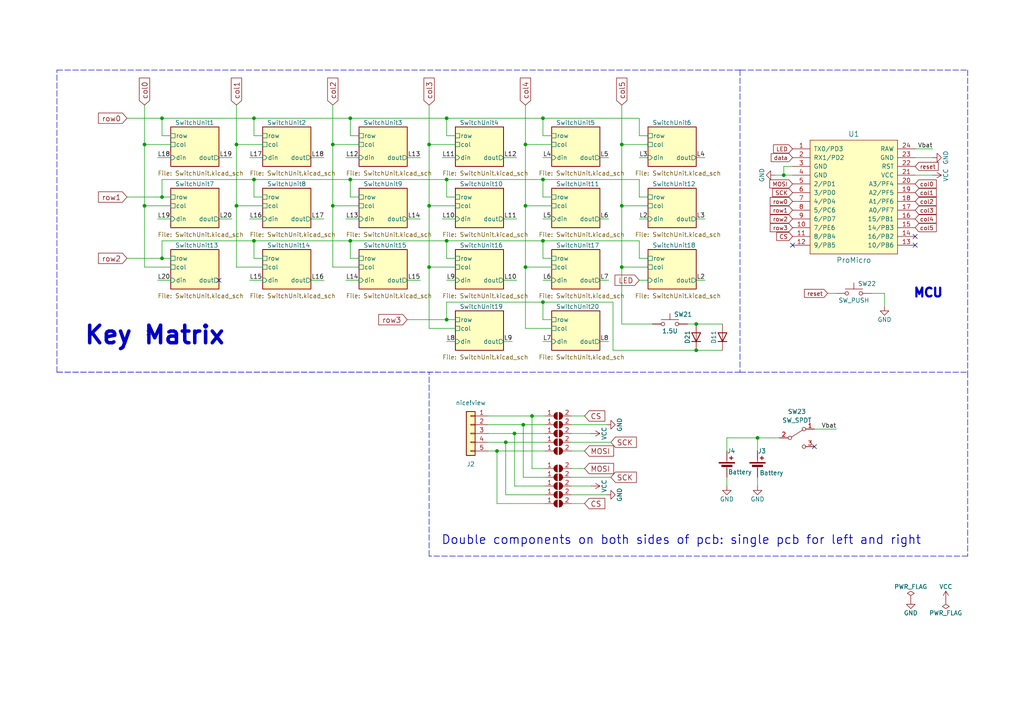
<source format=kicad_sch>
(kicad_sch (version 20250114) (generator "eeschema") (generator_version "9.0")
  (paper "A4")
  (title_block (title "Corne Chocolate") (date "2018-11-16") (rev "2.0") (company "foostan"))
  (lib_symbols
    (symbol "Connector_Generic:Conn_01x05" (pin_names (offset 1.016) (hide yes))
      (property "Reference" "J" (at 0 7.62 0))
      (property "Value" "Conn_01x05" (at 0 -7.62 0))
      (symbol "Conn_01x05_1_1"
        (rectangle (start -1.27 6.35) (end 1.27 -6.35) (stroke (width 0.254)) (fill (type background)))
        (rectangle (start -1.27 5.207) (end 0 4.953) (stroke (width 0.1524)))
        (rectangle (start -1.27 2.667) (end 0 2.413) (stroke (width 0.1524)))
        (rectangle (start -1.27 0.127) (end 0 -0.127) (stroke (width 0.1524)))
        (rectangle (start -1.27 -2.413) (end 0 -2.667) (stroke (width 0.1524)))
        (rectangle (start -1.27 -4.953) (end 0 -5.207) (stroke (width 0.1524)))
        (pin passive line (at -5.08 5.08 0) (length 3.81) (name "Pin_1") (number "1"))
        (pin passive line (at -5.08 2.54 0) (length 3.81) (name "Pin_2") (number "2"))
        (pin passive line (at -5.08 0 0) (length 3.81) (name "Pin_3") (number "3"))
        (pin passive line (at -5.08 -2.54 0) (length 3.81) (name "Pin_4") (number "4"))
        (pin passive line (at -5.08 -5.08 0) (length 3.81) (name "Pin_5") (number "5"))
      )
    )
    (symbol "Device:Battery_Cell" (pin_numbers (hide yes)) (pin_names (offset 0) (hide yes))
      (property "Reference" "BT" (at 2.54 2.54 0))
      (property "Value" "Battery_Cell" (at 2.54 0 0))
      (symbol "Battery_Cell_0_1"
        (rectangle (start -2.286 1.778) (end 2.286 1.524) (fill (type outline)))
        (rectangle (start -1.524 1.016) (end 1.524 0.508) (fill (type outline)))
        (polyline (pts (xy 0 1.778) (xy 0 2.54)))
        (polyline (pts (xy 0 0.762) (xy 0 0)))
        (polyline (pts (xy 0.762 3.048) (xy 1.778 3.048)) (stroke (width 0.254)))
        (polyline (pts (xy 1.27 3.556) (xy 1.27 2.54)) (stroke (width 0.254)))
      )
      (symbol "Battery_Cell_1_1"
        (pin passive line (at 0 5.08 270) (length 2.54) (name "+") (number "1"))
        (pin passive line (at 0 -2.54 90) (length 2.54) (name "-") (number "2"))
      )
    )
    (symbol "Device:D" (pin_numbers (hide yes)) (pin_names (offset 1.016) (hide yes))
      (property "Reference" "D" (at 0 2.54 0))
      (property "Value" "D" (at 0 -2.54 0))
      (symbol "D_0_1"
        (polyline (pts (xy -1.27 1.27) (xy -1.27 -1.27)) (stroke (width 0.254)))
        (polyline (pts (xy 1.27 1.27) (xy 1.27 -1.27) (xy -1.27 0) (xy 1.27 1.27)) (stroke (width 0.254)))
        (polyline (pts (xy 1.27 0) (xy -1.27 0)))
      )
      (symbol "D_1_1"
        (pin passive line (at -3.81 0 0) (length 2.54) (name "K") (number "1"))
        (pin passive line (at 3.81 0 180) (length 2.54) (name "A") (number "2"))
      )
    )
    (symbol "Jumper:SolderJumper_2_Open" (pin_names (offset 0) (hide yes))
      (property "Reference" "JP" (at 0 2.032 0))
      (property "Value" "SolderJumper_2_Open" (at 0 -2.54 0))
      (symbol "SolderJumper_2_Open_0_1"
        (polyline (pts (xy -0.254 1.016) (xy -0.254 -1.016)))
        (arc (start -0.254 -1.016) (mid -1.2656 0) (end -0.254 1.016))
        (arc (start -0.254 -1.016) (mid -1.2656 0) (end -0.254 1.016) (fill (type outline)))
        (arc (start 0.254 1.016) (mid 1.2656 0) (end 0.254 -1.016))
        (arc (start 0.254 1.016) (mid 1.2656 0) (end 0.254 -1.016) (fill (type outline)))
        (polyline (pts (xy 0.254 1.016) (xy 0.254 -1.016)))
      )
      (symbol "SolderJumper_2_Open_1_1"
        (pin passive line (at -3.81 0 0) (length 2.54) (name "A") (number "1"))
        (pin passive line (at 3.81 0 180) (length 2.54) (name "B") (number "2"))
      )
    )
    (symbol "Switch:SW_Push" (pin_numbers (hide yes)) (pin_names (offset 1.016) (hide yes))
      (property "Reference" "SW" (at 1.27 2.54 0))
      (property "Value" "SW_Push" (at 0 -1.524 0))
      (symbol "SW_Push_0_1"
        (circle (center -2.032 0) (radius 0.508))
        (polyline (pts (xy 0 1.27) (xy 0 3.048)))
        (circle (center 2.032 0) (radius 0.508))
        (polyline (pts (xy 2.54 1.27) (xy -2.54 1.27)))
        (pin passive line (at -5.08 0 0) (length 2.54) (name "1") (number "1"))
        (pin passive line (at 5.08 0 180) (length 2.54) (name "2") (number "2"))
      )
    )
    (symbol "Switch:SW_SPDT" (pin_names (offset 0) (hide yes))
      (property "Reference" "SW" (at 0 4.318 0))
      (property "Value" "SW_SPDT" (at 0 -5.08 0))
      (symbol "SW_SPDT_0_0"
        (circle (center -2.032 0) (radius 0.508))
        (circle (center 2.032 -2.54) (radius 0.508))
      )
      (symbol "SW_SPDT_0_1"
        (polyline (pts (xy -1.524 0.254) (xy 1.651 2.286)))
        (circle (center 2.032 2.54) (radius 0.508))
      )
      (symbol "SW_SPDT_1_1"
        (pin passive line (at -5.08 0 0) (length 2.54) (name "B") (number "2"))
        (pin passive line (at 5.08 2.54 180) (length 2.54) (name "A") (number "1"))
        (pin passive line (at 5.08 -2.54 180) (length 2.54) (name "C") (number "3"))
      )
    )
    (symbol "corne:ProMicro" (pin_names (offset 1.016))
      (property "Reference" "U" (at 0 0 0))
      (property "Value" "ProMicro" (at 0 -19.05 0))
      (symbol "ProMicro_1_1"
        (rectangle (start -12.7 16.51) (end 12.7 -16.51) (fill (type background)))
        (pin input line (at -17.78 13.97 0) (length 5.08) (name "TX0/PD3") (number "1"))
        (pin input line (at -17.78 11.43 0) (length 5.08) (name "RX1/PD2") (number "2"))
        (pin input line (at -17.78 8.89 0) (length 5.08) (name "GND") (number "3"))
        (pin input line (at -17.78 6.35 0) (length 5.08) (name "GND") (number "4"))
        (pin input line (at -17.78 3.81 0) (length 5.08) (name "2/PD1") (number "5"))
        (pin input line (at -17.78 1.27 0) (length 5.08) (name "3/PD0") (number "6"))
        (pin input line (at -17.78 -1.27 0) (length 5.08) (name "4/PD4") (number "7"))
        (pin input line (at -17.78 -3.81 0) (length 5.08) (name "5/PC6") (number "8"))
        (pin input line (at -17.78 -6.35 0) (length 5.08) (name "6/PD7") (number "9"))
        (pin input line (at -17.78 -8.89 0) (length 5.08) (name "7/PE6") (number "10"))
        (pin input line (at -17.78 -11.43 0) (length 5.08) (name "8/PB4") (number "11"))
        (pin input line (at -17.78 -13.97 0) (length 5.08) (name "9/PB5") (number "12"))
        (pin input line (at 17.78 13.97 180) (length 5.08) (name "RAW") (number "24"))
        (pin input line (at 17.78 11.43 180) (length 5.08) (name "GND") (number "23"))
        (pin input line (at 17.78 8.89 180) (length 5.08) (name "RST") (number "22"))
        (pin input line (at 17.78 6.35 180) (length 5.08) (name "VCC") (number "21"))
        (pin input line (at 17.78 3.81 180) (length 5.08) (name "A3/PF4") (number "20"))
        (pin input line (at 17.78 1.27 180) (length 5.08) (name "A2/PF5") (number "19"))
        (pin input line (at 17.78 -1.27 180) (length 5.08) (name "A1/PF6") (number "18"))
        (pin input line (at 17.78 -3.81 180) (length 5.08) (name "A0/PF7") (number "17"))
        (pin input line (at 17.78 -6.35 180) (length 5.08) (name "15/PB1") (number "16"))
        (pin input line (at 17.78 -8.89 180) (length 5.08) (name "14/PB3") (number "15"))
        (pin input line (at 17.78 -11.43 180) (length 5.08) (name "16/PB2") (number "14"))
        (pin input line (at 17.78 -13.97 180) (length 5.08) (name "10/PB6") (number "13"))
      )
    )
    (symbol "power:GND" (power) (pin_names (offset 0))
      (property "Value" "GND" (at 0 -3.81 0))
      (symbol "GND_0_1"
        (polyline (pts (xy 0 0) (xy 0 -1.27) (xy 1.27 -1.27) (xy 0 -2.54) (xy -1.27 -1.27) (xy 0 -1.27)))
      )
      (symbol "GND_1_1"
        (pin power_in line (at 0 0 270) (length 0) (hide yes) (name "GND") (number "1"))
      )
    )
    (symbol "power:PWR_FLAG" (power) (pin_numbers (hide yes)) (pin_names (offset 0) (hide yes))
      (property "Value" "PWR_FLAG" (at 0 3.81 0))
      (symbol "PWR_FLAG_0_0"
        (pin power_out line (at 0 0 90) (length 0) (name "pwr") (number "1"))
      )
      (symbol "PWR_FLAG_0_1"
        (polyline (pts (xy 0 0) (xy 0 1.27) (xy -1.016 1.905) (xy 0 2.54) (xy 1.016 1.905) (xy 0 1.27)))
      )
    )
    (symbol "power:VCC" (power) (pin_names (offset 0))
      (property "Value" "VCC" (at 0 3.81 0))
      (symbol "VCC_0_1"
        (polyline (pts (xy -0.762 1.27) (xy 0 2.54)))
        (polyline (pts (xy 0 2.54) (xy 0.762 1.27)))
        (polyline (pts (xy 0 0) (xy 0 2.54)))
      )
      (symbol "VCC_1_1"
        (pin power_in line (at 0 0 90) (length 0) (hide yes) (name "VCC") (number "1"))
      )
    )
  )
  (text "MCU" (at 269.24 85.09 0) (effects (font (size 2.54 2.54) (thickness 0.635))))
  (text "Double components on both sides of pcb: single pcb for left and right" (at 197.612 156.718 0) (effects (font (size 2.54 2.54) (thickness 0.254) (bold yes))))
  (text "Key Matrix" (at 24.13 100.33 0) (effects (font (size 5.08 5.08) (thickness 1.016) (bold yes)) (justify left bottom)))
  (junction (at 129.54 34.29))
  (junction (at 144.145 130.81))
  (junction (at 129.54 69.85))
  (junction (at 227.33 50.8))
  (junction (at 151.765 123.19))
  (junction (at 180.34 41.91))
  (junction (at 73.66 52.07))
  (junction (at 124.46 59.69))
  (junction (at 129.54 52.07))
  (junction (at 152.4 41.91))
  (junction (at 157.48 69.85))
  (junction (at 219.71 127))
  (junction (at 73.66 34.29))
  (junction (at 149.225 125.73))
  (junction (at 46.99 74.93))
  (junction (at 46.99 57.15))
  (junction (at 157.48 87.63))
  (junction (at 146.685 128.27))
  (junction (at 180.34 59.69))
  (junction (at 68.58 59.69))
  (junction (at 41.91 41.91))
  (junction (at 201.93 101.6))
  (junction (at 96.52 41.91))
  (junction (at 201.93 93.98))
  (junction (at 124.46 41.91))
  (junction (at 124.46 77.47))
  (junction (at 46.99 34.29))
  (junction (at 101.6 34.29))
  (junction (at 96.52 59.69))
  (junction (at 129.54 92.71))
  (junction (at 68.58 41.91))
  (junction (at 101.6 69.85))
  (junction (at 157.48 52.07))
  (junction (at 180.34 77.47))
  (junction (at 41.91 59.69))
  (junction (at 157.48 34.29))
  (junction (at 152.4 77.47))
  (junction (at 152.4 59.69))
  (junction (at 154.305 120.65))
  (junction (at 101.6 52.07))
  (junction (at 73.66 69.85))
  (no_connect (at 63.5 81.28))
  (no_connect (at 236.22 129.54))
  (no_connect (at 43.18 96.52))
  (no_connect (at 229.87 71.12))
  (no_connect (at 265.43 71.12))
  (no_connect (at 265.43 68.58))
  (wire (pts (xy 229.87 48.26) (xy 227.33 48.26)))
  (wire (pts (xy 124.46 41.91) (xy 124.46 59.69)))
  (wire (pts (xy 96.52 77.47) (xy 104.14 77.47)))
  (wire (pts (xy 128.27 63.5) (xy 132.08 63.5)))
  (wire (pts (xy 185.42 39.37) (xy 187.96 39.37)))
  (polyline (pts (xy 280.67 107.95) (xy 280.67 161.29)) (stroke (width 0) (type dash)))
  (wire (pts (xy 46.99 74.93) (xy 46.99 69.85)))
  (wire (pts (xy 68.58 41.91) (xy 68.58 59.69)))
  (wire (pts (xy 165.735 138.43) (xy 177.165 138.43)))
  (polyline (pts (xy 214.63 20.32) (xy 280.67 20.32)) (stroke (width 0) (type dash)))
  (wire (pts (xy 157.48 34.29) (xy 185.42 34.29)))
  (wire (pts (xy 185.42 57.15) (xy 187.96 57.15)))
  (wire (pts (xy 165.735 130.81) (xy 169.545 130.81)))
  (wire (pts (xy 160.02 39.37) (xy 157.48 39.37)))
  (wire (pts (xy 129.54 87.63) (xy 157.48 87.63)))
  (wire (pts (xy 157.48 87.63) (xy 157.48 92.71)))
  (wire (pts (xy 177.8 101.6) (xy 201.93 101.6)))
  (wire (pts (xy 101.6 57.15) (xy 104.14 57.15)))
  (polyline (pts (xy 16.51 107.95) (xy 16.51 20.32)) (stroke (width 0) (type dash)))
  (wire (pts (xy 100.33 45.72) (xy 104.14 45.72)))
  (wire (pts (xy 157.48 69.85) (xy 185.42 69.85)))
  (wire (pts (xy 152.4 41.91) (xy 152.4 59.69)))
  (wire (pts (xy 210.82 138.43) (xy 210.82 140.97)))
  (wire (pts (xy 141.605 120.65) (xy 154.305 120.65)))
  (wire (pts (xy 129.54 69.85) (xy 157.48 69.85)))
  (wire (pts (xy 68.58 77.47) (xy 76.2 77.47)))
  (wire (pts (xy 173.99 81.28) (xy 176.53 81.28)))
  (wire (pts (xy 165.735 125.73) (xy 171.45 125.73)))
  (wire (pts (xy 129.54 99.06) (xy 132.08 99.06)))
  (wire (pts (xy 90.17 81.28) (xy 93.98 81.28)))
  (wire (pts (xy 265.43 45.72) (xy 270.51 45.72)))
  (wire (pts (xy 96.52 59.69) (xy 96.52 77.47)))
  (wire (pts (xy 154.305 135.89) (xy 158.115 135.89)))
  (wire (pts (xy 152.4 95.25) (xy 160.02 95.25)))
  (wire (pts (xy 265.43 50.8) (xy 270.51 50.8)))
  (wire (pts (xy 118.11 81.28) (xy 121.92 81.28)))
  (wire (pts (xy 124.46 59.69) (xy 124.46 77.47)))
  (wire (pts (xy 46.99 39.37) (xy 49.53 39.37)))
  (wire (pts (xy 41.91 59.69) (xy 41.91 77.47)))
  (wire (pts (xy 165.735 123.19) (xy 175.895 123.19)))
  (wire (pts (xy 90.17 63.5) (xy 93.98 63.5)))
  (wire (pts (xy 185.42 63.5) (xy 187.96 63.5)))
  (wire (pts (xy 185.42 52.07) (xy 185.42 57.15)))
  (wire (pts (xy 157.48 45.72) (xy 160.02 45.72)))
  (wire (pts (xy 141.605 130.81) (xy 144.145 130.81)))
  (wire (pts (xy 160.02 57.15) (xy 157.48 57.15)))
  (wire (pts (xy 100.33 81.28) (xy 104.14 81.28)))
  (wire (pts (xy 144.145 146.05) (xy 158.115 146.05)))
  (wire (pts (xy 101.6 69.85) (xy 101.6 74.93)))
  (wire (pts (xy 185.42 69.85) (xy 185.42 74.93)))
  (wire (pts (xy 199.39 93.98) (xy 201.93 93.98)))
  (wire (pts (xy 151.765 138.43) (xy 158.115 138.43)))
  (wire (pts (xy 132.08 74.93) (xy 129.54 74.93)))
  (wire (pts (xy 219.71 127) (xy 219.71 130.81)))
  (wire (pts (xy 157.48 87.63) (xy 177.8 87.63)))
  (polyline (pts (xy 16.51 107.95) (xy 214.63 107.95)) (stroke (width 0) (type dash)))
  (wire (pts (xy 152.4 59.69) (xy 160.02 59.69)))
  (wire (pts (xy 201.93 81.28) (xy 204.47 81.28)))
  (wire (pts (xy 132.08 39.37) (xy 129.54 39.37)))
  (wire (pts (xy 144.145 130.81) (xy 158.115 130.81)))
  (wire (pts (xy 68.58 59.69) (xy 76.2 59.69)))
  (wire (pts (xy 185.42 81.28) (xy 187.96 81.28)))
  (wire (pts (xy 100.33 63.5) (xy 104.14 63.5)))
  (wire (pts (xy 180.34 41.91) (xy 180.34 59.69)))
  (wire (pts (xy 46.99 74.93) (xy 49.53 74.93)))
  (wire (pts (xy 46.99 34.29) (xy 73.66 34.29)))
  (wire (pts (xy 46.99 57.15) (xy 46.99 52.07)))
  (wire (pts (xy 68.58 41.91) (xy 76.2 41.91)))
  (wire (pts (xy 146.685 143.51) (xy 158.115 143.51)))
  (wire (pts (xy 68.58 30.48) (xy 68.58 41.91)))
  (wire (pts (xy 41.91 77.47) (xy 49.53 77.47)))
  (wire (pts (xy 146.05 45.72) (xy 149.86 45.72)))
  (wire (pts (xy 165.735 140.97) (xy 171.45 140.97)))
  (wire (pts (xy 41.91 30.48) (xy 41.91 41.91)))
  (wire (pts (xy 210.82 127) (xy 219.71 127)))
  (wire (pts (xy 129.54 34.29) (xy 129.54 39.37)))
  (wire (pts (xy 157.48 34.29) (xy 157.48 39.37)))
  (wire (pts (xy 72.39 63.5) (xy 76.2 63.5)))
  (polyline (pts (xy 16.51 107.95) (xy 127 107.95)) (stroke (width 0) (type dash)))
  (wire (pts (xy 129.54 34.29) (xy 157.48 34.29)))
  (wire (pts (xy 165.735 143.51) (xy 175.895 143.51)))
  (wire (pts (xy 173.99 45.72) (xy 176.53 45.72)))
  (wire (pts (xy 101.6 52.07) (xy 129.54 52.07)))
  (wire (pts (xy 173.99 63.5) (xy 176.53 63.5)))
  (wire (pts (xy 185.42 34.29) (xy 185.42 39.37)))
  (wire (pts (xy 96.52 59.69) (xy 104.14 59.69)))
  (wire (pts (xy 101.6 34.29) (xy 101.6 39.37)))
  (wire (pts (xy 180.34 77.47) (xy 187.96 77.47)))
  (wire (pts (xy 180.34 93.98) (xy 189.23 93.98)))
  (wire (pts (xy 252.73 85.09) (xy 256.54 85.09)))
  (wire (pts (xy 144.145 146.05) (xy 144.145 130.81)))
  (wire (pts (xy 41.91 41.91) (xy 41.91 59.69)))
  (wire (pts (xy 146.685 128.27) (xy 146.685 143.51)))
  (wire (pts (xy 157.48 99.06) (xy 160.02 99.06)))
  (wire (pts (xy 124.46 30.48) (xy 124.46 41.91)))
  (wire (pts (xy 129.54 52.07) (xy 157.48 52.07)))
  (wire (pts (xy 73.66 57.15) (xy 76.2 57.15)))
  (wire (pts (xy 180.34 59.69) (xy 187.96 59.69)))
  (wire (pts (xy 63.5 45.72) (xy 67.31 45.72)))
  (wire (pts (xy 180.34 41.91) (xy 187.96 41.91)))
  (wire (pts (xy 101.6 39.37) (xy 104.14 39.37)))
  (wire (pts (xy 68.58 59.69) (xy 68.58 77.47)))
  (wire (pts (xy 129.54 81.28) (xy 132.08 81.28)))
  (wire (pts (xy 141.605 123.19) (xy 151.765 123.19)))
  (wire (pts (xy 227.33 48.26) (xy 227.33 50.8)))
  (wire (pts (xy 185.42 45.72) (xy 187.96 45.72)))
  (wire (pts (xy 157.48 63.5) (xy 160.02 63.5)))
  (wire (pts (xy 157.48 52.07) (xy 157.48 57.15)))
  (polyline (pts (xy 280.67 161.29) (xy 124.46 161.29)) (stroke (width 0) (type dash)))
  (wire (pts (xy 146.685 128.27) (xy 158.115 128.27)))
  (polyline (pts (xy 124.46 161.29) (xy 124.46 107.95)) (stroke (width 0) (type dash)))
  (wire (pts (xy 45.72 45.72) (xy 49.53 45.72)))
  (wire (pts (xy 118.11 63.5) (xy 121.92 63.5)))
  (wire (pts (xy 46.99 57.15) (xy 49.53 57.15)))
  (wire (pts (xy 132.08 95.25) (xy 124.46 95.25)))
  (wire (pts (xy 129.54 69.85) (xy 129.54 74.93)))
  (wire (pts (xy 73.66 39.37) (xy 76.2 39.37)))
  (wire (pts (xy 101.6 52.07) (xy 101.6 57.15)))
  (wire (pts (xy 152.4 77.47) (xy 160.02 77.47)))
  (wire (pts (xy 73.66 69.85) (xy 101.6 69.85)))
  (wire (pts (xy 173.99 99.06) (xy 176.53 99.06)))
  (wire (pts (xy 219.71 138.43) (xy 219.71 140.97)))
  (polyline (pts (xy 214.63 20.32) (xy 214.63 107.95)) (stroke (width 0) (type dash)))
  (wire (pts (xy 96.52 41.91) (xy 96.52 59.69)))
  (wire (pts (xy 73.66 74.93) (xy 76.2 74.93)))
  (wire (pts (xy 180.34 77.47) (xy 180.34 93.98)))
  (wire (pts (xy 160.02 74.93) (xy 157.48 74.93)))
  (wire (pts (xy 36.83 74.93) (xy 46.99 74.93)))
  (wire (pts (xy 118.11 45.72) (xy 121.92 45.72)))
  (wire (pts (xy 151.765 123.19) (xy 151.765 138.43)))
  (wire (pts (xy 160.02 92.71) (xy 157.48 92.71)))
  (wire (pts (xy 46.99 69.85) (xy 73.66 69.85)))
  (wire (pts (xy 240.03 85.09) (xy 242.57 85.09)))
  (wire (pts (xy 41.91 59.69) (xy 49.53 59.69)))
  (wire (pts (xy 165.735 120.65) (xy 169.545 120.65)))
  (wire (pts (xy 157.48 52.07) (xy 185.42 52.07)))
  (wire (pts (xy 141.605 128.27) (xy 146.685 128.27)))
  (wire (pts (xy 36.83 34.29) (xy 46.99 34.29)))
  (wire (pts (xy 210.82 127) (xy 210.82 130.81)))
  (polyline (pts (xy 16.51 20.32) (xy 214.63 20.32)) (stroke (width 0) (type dash)))
  (wire (pts (xy 201.93 45.72) (xy 204.47 45.72)))
  (wire (pts (xy 45.72 81.28) (xy 49.53 81.28)))
  (wire (pts (xy 201.93 63.5) (xy 204.47 63.5)))
  (wire (pts (xy 36.83 57.15) (xy 46.99 57.15)))
  (wire (pts (xy 152.4 41.91) (xy 160.02 41.91)))
  (wire (pts (xy 63.5 63.5) (xy 67.31 63.5)))
  (wire (pts (xy 157.48 81.28) (xy 160.02 81.28)))
  (wire (pts (xy 265.43 43.18) (xy 270.51 43.18)))
  (wire (pts (xy 185.42 74.93) (xy 187.96 74.93)))
  (wire (pts (xy 101.6 34.29) (xy 129.54 34.29)))
  (wire (pts (xy 152.4 30.48) (xy 152.4 41.91)))
  (wire (pts (xy 129.54 52.07) (xy 129.54 57.15)))
  (wire (pts (xy 149.225 125.73) (xy 149.225 140.97)))
  (wire (pts (xy 141.605 125.73) (xy 149.225 125.73)))
  (wire (pts (xy 96.52 41.91) (xy 104.14 41.91)))
  (wire (pts (xy 201.93 101.6) (xy 209.55 101.6)))
  (wire (pts (xy 46.99 34.29) (xy 46.99 39.37)))
  (wire (pts (xy 149.225 125.73) (xy 158.115 125.73)))
  (wire (pts (xy 226.06 127) (xy 219.71 127)))
  (wire (pts (xy 236.22 124.46) (xy 242.57 124.46)))
  (polyline (pts (xy 214.63 107.95) (xy 280.67 107.95)) (stroke (width 0) (type dash)))
  (wire (pts (xy 165.735 135.89) (xy 169.545 135.89)))
  (wire (pts (xy 73.66 52.07) (xy 73.66 57.15)))
  (wire (pts (xy 177.8 87.63) (xy 177.8 101.6)))
  (wire (pts (xy 224.79 50.8) (xy 227.33 50.8)))
  (wire (pts (xy 46.99 52.07) (xy 73.66 52.07)))
  (wire (pts (xy 149.225 140.97) (xy 158.115 140.97)))
  (wire (pts (xy 101.6 74.93) (xy 104.14 74.93)))
  (wire (pts (xy 118.11 92.71) (xy 129.54 92.71)))
  (wire (pts (xy 73.66 69.85) (xy 73.66 74.93)))
  (wire (pts (xy 180.34 59.69) (xy 180.34 77.47)))
  (wire (pts (xy 41.91 41.91) (xy 49.53 41.91)))
  (wire (pts (xy 124.46 41.91) (xy 132.08 41.91)))
  (wire (pts (xy 124.46 77.47) (xy 132.08 77.47)))
  (wire (pts (xy 124.46 77.47) (xy 124.46 95.25)))
  (wire (pts (xy 73.66 34.29) (xy 73.66 39.37)))
  (wire (pts (xy 45.72 63.5) (xy 49.53 63.5)))
  (wire (pts (xy 96.52 30.48) (xy 96.52 41.91)))
  (wire (pts (xy 128.27 45.72) (xy 132.08 45.72)))
  (wire (pts (xy 90.17 45.72) (xy 93.98 45.72)))
  (wire (pts (xy 146.05 63.5) (xy 149.86 63.5)))
  (wire (pts (xy 201.93 93.98) (xy 209.55 93.98)))
  (wire (pts (xy 124.46 59.69) (xy 132.08 59.69)))
  (wire (pts (xy 180.34 30.48) (xy 180.34 41.91)))
  (wire (pts (xy 146.05 81.28) (xy 149.86 81.28)))
  (polyline (pts (xy 280.67 20.32) (xy 280.67 80.01)) (stroke (width 0) (type dash)))
  (wire (pts (xy 165.735 146.05) (xy 169.545 146.05)))
  (wire (pts (xy 72.39 45.72) (xy 76.2 45.72)))
  (wire (pts (xy 129.54 92.71) (xy 132.08 92.71)))
  (wire (pts (xy 157.48 69.85) (xy 157.48 74.93)))
  (wire (pts (xy 152.4 59.69) (xy 152.4 77.47)))
  (wire (pts (xy 152.4 77.47) (xy 152.4 95.25)))
  (wire (pts (xy 227.33 50.8) (xy 229.87 50.8)))
  (wire (pts (xy 256.54 85.09) (xy 256.54 88.9)))
  (wire (pts (xy 146.05 99.06) (xy 148.59 99.06)))
  (wire (pts (xy 73.66 52.07) (xy 101.6 52.07)))
  (wire (pts (xy 154.305 120.65) (xy 158.115 120.65)))
  (wire (pts (xy 129.54 92.71) (xy 129.54 87.63)))
  (polyline (pts (xy 280.67 80.01) (xy 280.67 107.95)) (stroke (width 0) (type dash)))
  (wire (pts (xy 101.6 69.85) (xy 129.54 69.85)))
  (wire (pts (xy 151.765 123.19) (xy 158.115 123.19)))
  (wire (pts (xy 132.08 57.15) (xy 129.54 57.15)))
  (wire (pts (xy 73.66 34.29) (xy 101.6 34.29)))
  (wire (pts (xy 72.39 81.28) (xy 76.2 81.28)))
  (wire (pts (xy 154.305 120.65) (xy 154.305 135.89)))
  (wire (pts (xy 165.735 128.27) (xy 177.165 128.27)))
  (label "L15" (at 72.39 81.28 0))
  (label "L2" (at 185.42 63.5 0))
  (label "L20" (at 67.31 63.5 180))
  (label "L4" (at 204.47 45.72 180))
  (label "L5" (at 176.53 45.72 180))
  (label "L20" (at 45.72 81.28 0))
  (label "L13" (at 100.33 63.5 0))
  (label "L14" (at 100.33 81.28 0))
  (label "L5" (at 157.48 63.5 0))
  (label "L6" (at 157.48 81.28 0))
  (label "L3" (at 204.47 63.5 180))
  (label "L2" (at 204.47 81.28 180))
  (label "L8" (at 129.54 99.06 0))
  (label "L14" (at 121.92 63.5 180))
  (label "L7" (at 176.53 81.28 180))
  (label "Vbat" (at 242.57 124.46 180))
  (label "L3" (at 185.42 45.72 0))
  (label "L6" (at 176.53 63.5 180))
  (label "L18" (at 45.72 45.72 0))
  (label "L12" (at 149.86 45.72 180))
  (label "L19" (at 67.31 45.72 180))
  (label "L10" (at 149.86 81.28 180))
  (label "L16" (at 72.39 63.5 0))
  (label "L16" (at 93.98 81.28 180))
  (label "L11" (at 149.86 63.5 180))
  (label "L13" (at 121.92 45.72 180))
  (label "L19" (at 45.72 63.5 0))
  (label "L11" (at 128.27 45.72 0))
  (label "L4" (at 157.48 45.72 0))
  (label "L9" (at 148.59 99.06 180))
  (label "L17" (at 72.39 45.72 0))
  (label "L15" (at 121.92 81.28 180))
  (label "L12" (at 100.33 45.72 0))
  (label "L17" (at 93.98 63.5 180))
  (label "Vbat" (at 270.51 43.18 180))
  (label "L9" (at 129.54 81.28 0))
  (label "L7" (at 157.48 99.06 0))
  (label "L8" (at 176.53 99.06 180))
  (label "L18" (at 93.98 45.72 180))
  (label "L10" (at 128.27 63.5 0))
  (global_label "col5" (shape input) (at 265.43 66.04 0) (effects (font (size 1.1938 1.1938))) (property "Intersheetrefs" "${INTERSHEET_REFS}" (effects (hide yes))))
  (global_label "data" (shape input) (at 229.87 45.72 180) (effects (font (size 1.1938 1.1938))) (property "Intersheetrefs" "${INTERSHEET_REFS}" (effects (hide yes))))
  (global_label "MOSI" (shape input) (at 169.545 130.81 0) (effects (font (size 1.524 1.524))) (property "Intersheetrefs" "${INTERSHEET_REFS}" (effects (hide yes))))
  (global_label "col5" (shape input) (at 180.34 30.48 90) (effects (font (size 1.524 1.524))) (property "Intersheetrefs" "${INTERSHEET_REFS}" (effects (hide yes))))
  (global_label "CS" (shape input) (at 169.545 120.65 0) (effects (font (size 1.524 1.524))) (property "Intersheetrefs" "${INTERSHEET_REFS}" (effects (hide yes))))
  (global_label "CS" (shape input) (at 169.545 146.05 0) (effects (font (size 1.524 1.524))) (property "Intersheetrefs" "${INTERSHEET_REFS}" (effects (hide yes))))
  (global_label "reset" (shape input) (at 240.03 85.09 180) (effects (font (size 1.1938 1.1938))) (property "Intersheetrefs" "${INTERSHEET_REFS}" (effects (hide yes))))
  (global_label "row2" (shape input) (at 229.87 63.5 180) (effects (font (size 1.1938 1.1938))) (property "Intersheetrefs" "${INTERSHEET_REFS}" (effects (hide yes))))
  (global_label "CS" (shape input) (at 229.87 68.58 180) (effects (font (size 1.1938 1.1938))) (property "Intersheetrefs" "${INTERSHEET_REFS}" (effects (hide yes))))
  (global_label "col4" (shape input) (at 265.43 63.5 0) (effects (font (size 1.1938 1.1938))) (property "Intersheetrefs" "${INTERSHEET_REFS}" (effects (hide yes))))
  (global_label "row3" (shape input) (at 229.87 66.04 180) (effects (font (size 1.1938 1.1938))) (property "Intersheetrefs" "${INTERSHEET_REFS}" (effects (hide yes))))
  (global_label "row3" (shape input) (at 118.11 92.71 180) (effects (font (size 1.524 1.524))) (property "Intersheetrefs" "${INTERSHEET_REFS}" (effects (hide yes))))
  (global_label "LED" (shape input) (at 229.87 43.18 180) (effects (font (size 1.1938 1.1938))) (property "Intersheetrefs" "${INTERSHEET_REFS}" (effects (hide yes))))
  (global_label "SCK" (shape input) (at 229.87 55.88 180) (effects (font (size 1.1938 1.1938))) (property "Intersheetrefs" "${INTERSHEET_REFS}" (effects (hide yes))))
  (global_label "SCK" (shape input) (at 177.165 128.27 0) (effects (font (size 1.524 1.524))) (property "Intersheetrefs" "${INTERSHEET_REFS}" (effects (hide yes))))
  (global_label "col1" (shape input) (at 68.58 30.48 90) (effects (font (size 1.524 1.524))) (property "Intersheetrefs" "${INTERSHEET_REFS}" (effects (hide yes))))
  (global_label "col1" (shape input) (at 265.43 55.88 0) (effects (font (size 1.1938 1.1938))) (property "Intersheetrefs" "${INTERSHEET_REFS}" (effects (hide yes))))
  (global_label "reset" (shape input) (at 265.43 48.26 0) (effects (font (size 1.1938 1.1938))) (property "Intersheetrefs" "${INTERSHEET_REFS}" (effects (hide yes))))
  (global_label "row1" (shape input) (at 36.83 57.15 180) (effects (font (size 1.524 1.524))) (property "Intersheetrefs" "${INTERSHEET_REFS}" (effects (hide yes))))
  (global_label "col4" (shape input) (at 152.4 30.48 90) (effects (font (size 1.524 1.524))) (property "Intersheetrefs" "${INTERSHEET_REFS}" (effects (hide yes))))
  (global_label "row0" (shape input) (at 36.83 34.29 180) (effects (font (size 1.524 1.524))) (property "Intersheetrefs" "${INTERSHEET_REFS}" (effects (hide yes))))
  (global_label "col3" (shape input) (at 265.43 60.96 0) (effects (font (size 1.1938 1.1938))) (property "Intersheetrefs" "${INTERSHEET_REFS}" (effects (hide yes))))
  (global_label "col2" (shape input) (at 265.43 58.42 0) (effects (font (size 1.1938 1.1938))) (property "Intersheetrefs" "${INTERSHEET_REFS}" (effects (hide yes))))
  (global_label "LED" (shape input) (at 185.42 81.28 180) (effects (font (size 1.524 1.524))) (property "Intersheetrefs" "${INTERSHEET_REFS}" (effects (hide yes))))
  (global_label "col2" (shape input) (at 96.52 30.48 90) (effects (font (size 1.524 1.524))) (property "Intersheetrefs" "${INTERSHEET_REFS}" (effects (hide yes))))
  (global_label "col0" (shape input) (at 265.43 53.34 0) (effects (font (size 1.1938 1.1938))) (property "Intersheetrefs" "${INTERSHEET_REFS}" (effects (hide yes))))
  (global_label "MOSI" (shape input) (at 229.87 53.34 180) (effects (font (size 1.1938 1.1938))) (property "Intersheetrefs" "${INTERSHEET_REFS}" (effects (hide yes))))
  (global_label "row2" (shape input) (at 36.83 74.93 180) (effects (font (size 1.524 1.524))) (property "Intersheetrefs" "${INTERSHEET_REFS}" (effects (hide yes))))
  (global_label "SCK" (shape input) (at 177.165 138.43 0) (effects (font (size 1.524 1.524))) (property "Intersheetrefs" "${INTERSHEET_REFS}" (effects (hide yes))))
  (global_label "row1" (shape input) (at 229.87 60.96 180) (effects (font (size 1.1938 1.1938))) (property "Intersheetrefs" "${INTERSHEET_REFS}" (effects (hide yes))))
  (global_label "col0" (shape input) (at 41.91 30.48 90) (effects (font (size 1.524 1.524))) (property "Intersheetrefs" "${INTERSHEET_REFS}" (effects (hide yes))))
  (global_label "col3" (shape input) (at 124.46 30.48 90) (effects (font (size 1.524 1.524))) (property "Intersheetrefs" "${INTERSHEET_REFS}" (effects (hide yes))))
  (global_label "row0" (shape input) (at 229.87 58.42 180) (effects (font (size 1.1938 1.1938))) (property "Intersheetrefs" "${INTERSHEET_REFS}" (effects (hide yes))))
  (global_label "MOSI" (shape input) (at 169.545 135.89 0) (effects (font (size 1.524 1.524))) (property "Intersheetrefs" "${INTERSHEET_REFS}" (effects (hide yes))))
  (symbol (lib_id "corne:ProMicro") (at 247.65 57.15 0) (unit 1)
    (property "Reference" "U1" (at 247.65 38.862 0) (effects (font (size 1.524 1.524))))
    (property "Value" "ProMicro" (at 247.65 75.438 0) (effects (font (size 1.524 1.524))))
    (property "Footprint" "corne-chocolate:ProMicro_v2" (effects (hide yes)))
  )
  (symbol (lib_id "Switch:SW_Push") (at 194.31 93.98 0) (unit 1)
    (property "Reference" "SW21" (at 198.12 91.186 0))
    (property "Value" "1.5U" (at 194.31 96.012 0))
    (property "Footprint" "corne-chocolate:Choc_Hotswap_1.5u" (effects (hide yes)))
    (property "Description" "Push button switch, generic, two pins" (effects (hide yes)))
  )
  (symbol (lib_id "Device:D") (at 201.93 97.79 90) (unit 1)
    (property "Reference" "D21" (at 199.39 97.79 0))
    (property "Value" "1N4148" (effects (hide yes)))
    (property "Footprint" "Diode_SMD:D_SOD-323_HandSoldering" (effects (hide yes)))
  )
  (symbol (lib_id "power:GND") (at 270.51 45.72 90) (unit 1)
    (property "Reference" "#PWR01" (effects (hide yes)))
    (property "Value" "GND" (at 274.32 45.72 0))
  )
  (symbol (lib_id "power:VCC") (at 270.51 50.8 270) (unit 1)
    (property "Reference" "#PWR023" (effects (hide yes)))
    (property "Value" "VCC" (at 274.32 50.8 0))
  )
  (symbol (lib_id "power:GND") (at 224.79 50.8 270) (unit 1)
    (property "Reference" "#PWR02" (effects (hide yes)))
    (property "Value" "GND" (at 220.98 50.8 0))
  )
  (symbol (lib_id "power:GND") (at 264.16 173.99 0) (unit 1)
    (property "Reference" "#PWR03" (effects (hide yes)))
    (property "Value" "GND" (at 264.16 177.8 0))
  )
  (symbol (lib_id "power:VCC") (at 274.32 173.99 0) (unit 1)
    (property "Reference" "#PWR04" (effects (hide yes)))
    (property "Value" "VCC" (at 274.32 170.18 0))
  )
  (symbol (lib_id "power:PWR_FLAG") (at 274.32 173.99 180) (unit 1)
    (property "Reference" "#FLG05" (effects (hide yes)))
    (property "Value" "PWR_FLAG" (at 274.32 177.8 0))
  )
  (symbol (lib_id "power:PWR_FLAG") (at 264.16 173.99 0) (unit 1)
    (property "Reference" "#FLG06" (effects (hide yes)))
    (property "Value" "PWR_FLAG" (at 264.16 170.18 0))
  )
  (symbol (lib_id "Connector_Generic:Conn_01x05") (at 136.525 125.73 0) (mirror y) (unit 1)
    (property "Reference" "J2" (at 136.525 134.62 0))
    (property "Value" "nice!view" (at 136.525 116.84 0))
    (property "Footprint" "Connector_PinHeader_2.54mm:PinHeader_1x05_P2.54mm_Vertical" (effects (hide yes)))
  )
  (symbol (lib_id "power:GND") (at 175.895 123.19 90) (unit 1)
    (property "Reference" "#PWR010" (effects (hide yes)))
    (property "Value" "GND" (at 179.705 123.19 0))
  )
  (symbol (lib_id "power:VCC") (at 171.45 125.73 270) (unit 1)
    (property "Reference" "#PWR012" (effects (hide yes)))
    (property "Value" "VCC" (at 175.26 125.73 0))
  )
  (symbol (lib_id "power:GND") (at 175.895 143.51 90) (mirror x) (unit 1)
    (property "Reference" "#PWR013" (effects (hide yes)))
    (property "Value" "GND" (at 179.705 143.51 0))
  )
  (symbol (lib_id "Jumper:SolderJumper_2_Open") (at 161.925 128.27 0) (unit 1)
    (property "Reference" "JP5" (effects (hide yes)))
    (property "Value" "SolderJumper_2_Open" (effects (hide yes)))
    (property "Footprint" "Resistor_SMD:R_0603_1608Metric" (effects (hide yes)))
  )
  (symbol (lib_id "Jumper:SolderJumper_2_Open") (at 161.925 146.05 0) (unit 1)
    (property "Reference" "JP11" (effects (hide yes)))
    (property "Value" "SolderJumper_2_Open" (effects (hide yes)))
    (property "Footprint" "Resistor_SMD:R_0603_1608Metric" (effects (hide yes)))
  )
  (symbol (lib_id "power:GND") (at 256.54 88.9 0) (unit 1)
    (property "Reference" "#PWR07" (effects (hide yes)))
    (property "Value" "GND" (at 256.54 92.71 0))
  )
  (symbol (lib_id "Device:Battery_Cell") (at 210.82 135.89 0) (unit 1)
    (property "Reference" "J4" (at 212.09 130.81 0))
    (property "Value" "Battery" (at 214.63 136.906 0))
    (property "Footprint" "Connector_JST:JST_PH_S2B-PH-SM4-TB_1x02-1MP_P2.00mm_Horizontal" (effects (hide yes)))
    (property "Description" "Single-cell battery" (effects (hide yes)))
  )
  (symbol (lib_id "Jumper:SolderJumper_2_Open") (at 161.925 140.97 0) (unit 1)
    (property "Reference" "JP9" (effects (hide yes)))
    (property "Value" "SolderJumper_2_Open" (effects (hide yes)))
    (property "Footprint" "Resistor_SMD:R_0603_1608Metric" (effects (hide yes)))
  )
  (symbol (lib_id "power:VCC") (at 171.45 140.97 270) (mirror x) (unit 1)
    (property "Reference" "#PWR011" (effects (hide yes)))
    (property "Value" "VCC" (at 175.26 140.97 0))
  )
  (symbol (lib_id "Jumper:SolderJumper_2_Open") (at 161.925 123.19 0) (unit 1)
    (property "Reference" "JP3" (effects (hide yes)))
    (property "Value" "SolderJumper_2_Open" (effects (hide yes)))
    (property "Footprint" "Resistor_SMD:R_0603_1608Metric" (effects (hide yes)))
  )
  (symbol (lib_id "Device:Battery_Cell") (at 219.71 135.89 0) (unit 1)
    (property "Reference" "J3" (at 220.98 130.81 0))
    (property "Value" "Battery" (at 223.774 137.16 0))
    (property "Footprint" "Connector_JST:JST_PH_S2B-PH-SM4-TB_1x02-1MP_P2.00mm_Horizontal" (effects (hide yes)))
    (property "Description" "Single-cell battery" (effects (hide yes)))
  )
  (symbol (lib_id "power:GND") (at 219.71 140.97 0) (unit 1)
    (property "Reference" "#PWR014" (effects (hide yes)))
    (property "Value" "GND" (at 219.71 144.78 0))
  )
  (symbol (lib_id "Jumper:SolderJumper_2_Open") (at 161.925 143.51 0) (unit 1)
    (property "Reference" "JP10" (effects (hide yes)))
    (property "Value" "SolderJumper_2_Open" (effects (hide yes)))
    (property "Footprint" "Resistor_SMD:R_0603_1608Metric" (effects (hide yes)))
  )
  (symbol (lib_id "Switch:SW_SPDT") (at 231.14 127 0) (unit 1)
    (property "Reference" "SW23" (at 231.14 119.38 0))
    (property "Value" "SW_SPDT" (at 231.14 121.92 0))
    (property "Footprint" "corne-chocolate:ECE_ESP2010" (effects (hide yes)))
  )
  (symbol (lib_id "Jumper:SolderJumper_2_Open") (at 161.925 138.43 0) (unit 1)
    (property "Reference" "JP8" (effects (hide yes)))
    (property "Value" "SolderJumper_2_Open" (effects (hide yes)))
    (property "Footprint" "Resistor_SMD:R_0603_1608Metric" (effects (hide yes)))
  )
  (symbol (lib_id "Jumper:SolderJumper_2_Open") (at 161.925 125.73 0) (unit 1)
    (property "Reference" "JP4" (effects (hide yes)))
    (property "Value" "SolderJumper_2_Open" (effects (hide yes)))
    (property "Footprint" "Resistor_SMD:R_0603_1608Metric" (effects (hide yes)))
  )
  (symbol (lib_id "Switch:SW_Push") (at 247.65 85.09 0) (unit 1)
    (property "Reference" "SW22" (at 251.46 82.296 0))
    (property "Value" "SW_PUSH" (at 247.65 87.122 0))
    (property "Footprint" "corne-chocolate:ResetSW" (effects (hide yes)))
    (property "Description" "Push button switch, generic, two pins" (effects (hide yes)))
  )
  (symbol (lib_id "Jumper:SolderJumper_2_Open") (at 161.925 135.89 0) (unit 1)
    (property "Reference" "JP7" (effects (hide yes)))
    (property "Value" "SolderJumper_2_Open" (effects (hide yes)))
    (property "Footprint" "Resistor_SMD:R_0603_1608Metric" (effects (hide yes)))
  )
  (symbol (lib_id "Device:D") (at 209.55 97.79 90) (unit 1)
    (property "Reference" "D11" (at 207.01 97.79 0))
    (property "Value" "1N4148" (effects (hide yes)))
    (property "Footprint" "Diode_SMD:D_SOD-323_HandSoldering" (effects (hide yes)))
  )
  (symbol (lib_id "Jumper:SolderJumper_2_Open") (at 161.925 130.81 0) (unit 1)
    (property "Reference" "JP6" (effects (hide yes)))
    (property "Value" "SolderJumper_2_Open" (effects (hide yes)))
    (property "Footprint" "Resistor_SMD:R_0603_1608Metric" (effects (hide yes)))
  )
  (symbol (lib_id "power:GND") (at 210.82 140.97 0) (unit 1)
    (property "Reference" "#PWR015" (effects (hide yes)))
    (property "Value" "GND" (at 210.82 144.78 0))
  )
  (symbol (lib_id "Jumper:SolderJumper_2_Open") (at 161.925 120.65 0) (unit 1)
    (property "Reference" "JP2" (effects (hide yes)))
    (property "Value" "SolderJumper_2_Open" (effects (hide yes)))
    (property "Footprint" "Resistor_SMD:R_0603_1608Metric" (effects (hide yes)))
  )
  (sheet (at 76.2 72.39) (size 13.97 11.43) (stroke (width 0.254)) (fill (color 255 255 194 1.0000))
    (property "Sheetname" "SwitchUnit14" (at 77.47 71.882 0) (effects (justify left bottom)))
    (property "Sheetfile" "SwitchUnit.kicad_sch" (at 72.39 85.09 0) (effects (justify left top)))
    (pin "col" passive (at 76.2 77.47 180))
    (pin "row" passive (at 76.2 74.93 180))
    (pin "dout" output (at 90.17 81.28 0))
    (pin "din" input (at 76.2 81.28 180))
  )
  (sheet (at 49.53 72.39) (size 13.97 11.43) (stroke (width 0.254)) (fill (color 255 255 194 1.0000))
    (property "Sheetname" "SwitchUnit13" (at 50.8 71.882 0) (effects (justify left bottom)))
    (property "Sheetfile" "SwitchUnit.kicad_sch" (at 45.72 85.09 0) (effects (justify left top)))
    (pin "col" passive (at 49.53 77.47 180))
    (pin "row" passive (at 49.53 74.93 180))
    (pin "dout" output (at 63.5 81.28 0))
    (pin "din" input (at 49.53 81.28 180))
  )
  (sheet (at 187.96 54.61) (size 13.97 11.43) (stroke (width 0.254)) (fill (color 255 255 194 1.0000))
    (property "Sheetname" "SwitchUnit12" (at 189.23 54.102 0) (effects (justify left bottom)))
    (property "Sheetfile" "SwitchUnit.kicad_sch" (at 184.15 67.31 0) (effects (justify left top)))
    (pin "col" passive (at 187.96 59.69 180))
    (pin "row" passive (at 187.96 57.15 180))
    (pin "dout" output (at 201.93 63.5 0))
    (pin "din" input (at 187.96 63.5 180))
  )
  (sheet (at 160.02 36.83) (size 13.97 11.43) (stroke (width 0.254)) (fill (color 255 255 194 1.0000))
    (property "Sheetname" "SwitchUnit5" (at 161.29 36.322 0) (effects (justify left bottom)))
    (property "Sheetfile" "SwitchUnit.kicad_sch" (at 156.21 49.53 0) (effects (justify left top)))
    (pin "col" passive (at 160.02 41.91 180))
    (pin "row" passive (at 160.02 39.37 180))
    (pin "dout" output (at 173.99 45.72 0))
    (pin "din" input (at 160.02 45.72 180))
  )
  (sheet (at 76.2 54.61) (size 13.97 11.43) (stroke (width 0.254)) (fill (color 255 255 194 1.0000))
    (property "Sheetname" "SwitchUnit8" (at 77.47 54.102 0) (effects (justify left bottom)))
    (property "Sheetfile" "SwitchUnit.kicad_sch" (at 72.39 67.31 0) (effects (justify left top)))
    (pin "col" passive (at 76.2 59.69 180))
    (pin "row" passive (at 76.2 57.15 180))
    (pin "dout" output (at 90.17 63.5 0))
    (pin "din" input (at 76.2 63.5 180))
  )
  (sheet (at 160.02 90.17) (size 13.97 11.43) (stroke (width 0.254)) (fill (color 255 255 194 1.0000))
    (property "Sheetname" "SwitchUnit20" (at 161.29 89.662 0) (effects (justify left bottom)))
    (property "Sheetfile" "SwitchUnit.kicad_sch" (at 156.21 102.87 0) (effects (justify left top)))
    (pin "col" passive (at 160.02 95.25 180))
    (pin "row" passive (at 160.02 92.71 180))
    (pin "dout" output (at 173.99 99.06 0))
    (pin "din" input (at 160.02 99.06 180))
  )
  (sheet (at 104.14 54.61) (size 13.97 11.43) (stroke (width 0.254)) (fill (color 255 255 194 1.0000))
    (property "Sheetname" "SwitchUnit9" (at 105.41 54.102 0) (effects (justify left bottom)))
    (property "Sheetfile" "SwitchUnit.kicad_sch" (at 100.33 67.31 0) (effects (justify left top)))
    (pin "col" passive (at 104.14 59.69 180))
    (pin "row" passive (at 104.14 57.15 180))
    (pin "dout" output (at 118.11 63.5 0))
    (pin "din" input (at 104.14 63.5 180))
  )
  (sheet (at 49.53 36.83) (size 13.97 11.43) (stroke (width 0.254)) (fill (color 255 255 194 1.0000))
    (property "Sheetname" "SwitchUnit1" (at 50.8 36.322 0) (effects (justify left bottom)))
    (property "Sheetfile" "SwitchUnit.kicad_sch" (at 45.72 49.53 0) (effects (justify left top)))
    (pin "col" passive (at 49.53 41.91 180))
    (pin "row" passive (at 49.53 39.37 180))
    (pin "dout" output (at 63.5 45.72 0))
    (pin "din" input (at 49.53 45.72 180))
  )
  (sheet (at 160.02 54.61) (size 13.97 11.43) (stroke (width 0.254)) (fill (color 255 255 194 1.0000))
    (property "Sheetname" "SwitchUnit11" (at 161.29 54.102 0) (effects (justify left bottom)))
    (property "Sheetfile" "SwitchUnit.kicad_sch" (at 156.21 67.31 0) (effects (justify left top)))
    (pin "col" passive (at 160.02 59.69 180))
    (pin "row" passive (at 160.02 57.15 180))
    (pin "dout" output (at 173.99 63.5 0))
    (pin "din" input (at 160.02 63.5 180))
  )
  (sheet (at 132.08 54.61) (size 13.97 11.43) (stroke (width 0.254)) (fill (color 255 255 194 1.0000))
    (property "Sheetname" "SwitchUnit10" (at 133.35 54.102 0) (effects (justify left bottom)))
    (property "Sheetfile" "SwitchUnit.kicad_sch" (at 128.27 67.31 0) (effects (justify left top)))
    (pin "col" passive (at 132.08 59.69 180))
    (pin "row" passive (at 132.08 57.15 180))
    (pin "dout" output (at 146.05 63.5 0))
    (pin "din" input (at 132.08 63.5 180))
  )
  (sheet (at 160.02 72.39) (size 13.97 11.43) (stroke (width 0.254)) (fill (color 255 255 194 1.0000))
    (property "Sheetname" "SwitchUnit17" (at 161.29 71.882 0) (effects (justify left bottom)))
    (property "Sheetfile" "SwitchUnit.kicad_sch" (at 156.21 85.09 0) (effects (justify left top)))
    (pin "col" passive (at 160.02 77.47 180))
    (pin "row" passive (at 160.02 74.93 180))
    (pin "dout" output (at 173.99 81.28 0))
    (pin "din" input (at 160.02 81.28 180))
  )
  (sheet (at 76.2 36.83) (size 13.97 11.43) (stroke (width 0.254)) (fill (color 255 255 194 1.0000))
    (property "Sheetname" "SwitchUnit2" (at 77.47 36.322 0) (effects (justify left bottom)))
    (property "Sheetfile" "SwitchUnit.kicad_sch" (at 72.39 49.53 0) (effects (justify left top)))
    (pin "col" passive (at 76.2 41.91 180))
    (pin "row" passive (at 76.2 39.37 180))
    (pin "dout" output (at 90.17 45.72 0))
    (pin "din" input (at 76.2 45.72 180))
  )
  (sheet (at 132.08 72.39) (size 13.97 11.43) (stroke (width 0.254)) (fill (color 255 255 194 1.0000))
    (property "Sheetname" "SwitchUnit16" (at 133.35 71.882 0) (effects (justify left bottom)))
    (property "Sheetfile" "SwitchUnit.kicad_sch" (at 128.27 85.09 0) (effects (justify left top)))
    (pin "col" passive (at 132.08 77.47 180))
    (pin "row" passive (at 132.08 74.93 180))
    (pin "dout" output (at 146.05 81.28 0))
    (pin "din" input (at 132.08 81.28 180))
  )
  (sheet (at 104.14 72.39) (size 13.97 11.43) (stroke (width 0.254)) (fill (color 255 255 194 1.0000))
    (property "Sheetname" "SwitchUnit15" (at 105.41 71.882 0) (effects (justify left bottom)))
    (property "Sheetfile" "SwitchUnit.kicad_sch" (at 100.33 85.09 0) (effects (justify left top)))
    (pin "col" passive (at 104.14 77.47 180))
    (pin "row" passive (at 104.14 74.93 180))
    (pin "dout" output (at 118.11 81.28 0))
    (pin "din" input (at 104.14 81.28 180))
  )
  (sheet (at 132.08 90.17) (size 13.97 11.43) (stroke (width 0.254)) (fill (color 255 255 194 1.0000))
    (property "Sheetname" "SwitchUnit19" (at 133.35 89.662 0) (effects (justify left bottom)))
    (property "Sheetfile" "SwitchUnit.kicad_sch" (at 128.27 102.87 0) (effects (justify left top)))
    (pin "col" passive (at 132.08 95.25 180))
    (pin "row" passive (at 132.08 92.71 180))
    (pin "dout" output (at 146.05 99.06 0))
    (pin "din" input (at 132.08 99.06 180))
  )
  (sheet (at 104.14 36.83) (size 13.97 11.43) (stroke (width 0.254)) (fill (color 255 255 194 1.0000))
    (property "Sheetname" "SwitchUnit3" (at 105.41 36.322 0) (effects (justify left bottom)))
    (property "Sheetfile" "SwitchUnit.kicad_sch" (at 100.33 49.53 0) (effects (justify left top)))
    (pin "col" passive (at 104.14 41.91 180))
    (pin "row" passive (at 104.14 39.37 180))
    (pin "dout" output (at 118.11 45.72 0))
    (pin "din" input (at 104.14 45.72 180))
  )
  (sheet (at 132.08 36.83) (size 13.97 11.43) (stroke (width 0.254)) (fill (color 255 255 194 1.0000))
    (property "Sheetname" "SwitchUnit4" (at 133.35 36.322 0) (effects (justify left bottom)))
    (property "Sheetfile" "SwitchUnit.kicad_sch" (at 128.27 49.53 0) (effects (justify left top)))
    (pin "col" passive (at 132.08 41.91 180))
    (pin "row" passive (at 132.08 39.37 180))
    (pin "dout" output (at 146.05 45.72 0))
    (pin "din" input (at 132.08 45.72 180))
  )
  (sheet (at 187.96 36.83) (size 13.97 11.43) (stroke (width 0.254)) (fill (color 255 255 194 1.0000))
    (property "Sheetname" "SwitchUnit6" (at 189.23 36.322 0) (effects (justify left bottom)))
    (property "Sheetfile" "SwitchUnit.kicad_sch" (at 184.15 49.53 0) (effects (justify left top)))
    (pin "col" passive (at 187.96 41.91 180))
    (pin "row" passive (at 187.96 39.37 180))
    (pin "dout" output (at 201.93 45.72 0))
    (pin "din" input (at 187.96 45.72 180))
  )
  (sheet (at 49.53 54.61) (size 13.97 11.43) (stroke (width 0.254)) (fill (color 255 255 194 1.0000))
    (property "Sheetname" "SwitchUnit7" (at 50.8 54.102 0) (effects (justify left bottom)))
    (property "Sheetfile" "SwitchUnit.kicad_sch" (at 45.72 67.31 0) (effects (justify left top)))
    (pin "col" passive (at 49.53 59.69 180))
    (pin "row" passive (at 49.53 57.15 180))
    (pin "dout" output (at 63.5 63.5 0))
    (pin "din" input (at 49.53 63.5 180))
  )
  (sheet (at 187.96 72.39) (size 13.97 11.43) (stroke (width 0.254)) (fill (color 255 255 194 1.0000))
    (property "Sheetname" "SwitchUnit18" (at 189.23 71.882 0) (effects (justify left bottom)))
    (property "Sheetfile" "SwitchUnit.kicad_sch" (at 184.15 85.09 0) (effects (justify left top)))
    (pin "col" passive (at 187.96 77.47 180))
    (pin "row" passive (at 187.96 74.93 180))
    (pin "dout" output (at 201.93 81.28 0))
    (pin "din" input (at 187.96 81.28 180))
  )
)
</source>
